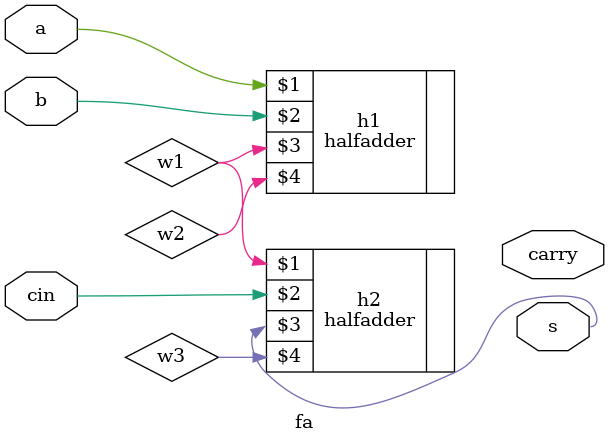
<source format=v>
module fa(a,b,cin,s,carry);
input a,b,cin;
output s,carry;
wire w1,w2,w3;
halfadder h1(a,b,w1,w2);
halfadder h2(w1,cin,s,w3);
or o1(cout,w2,w3);
endmodule


</source>
